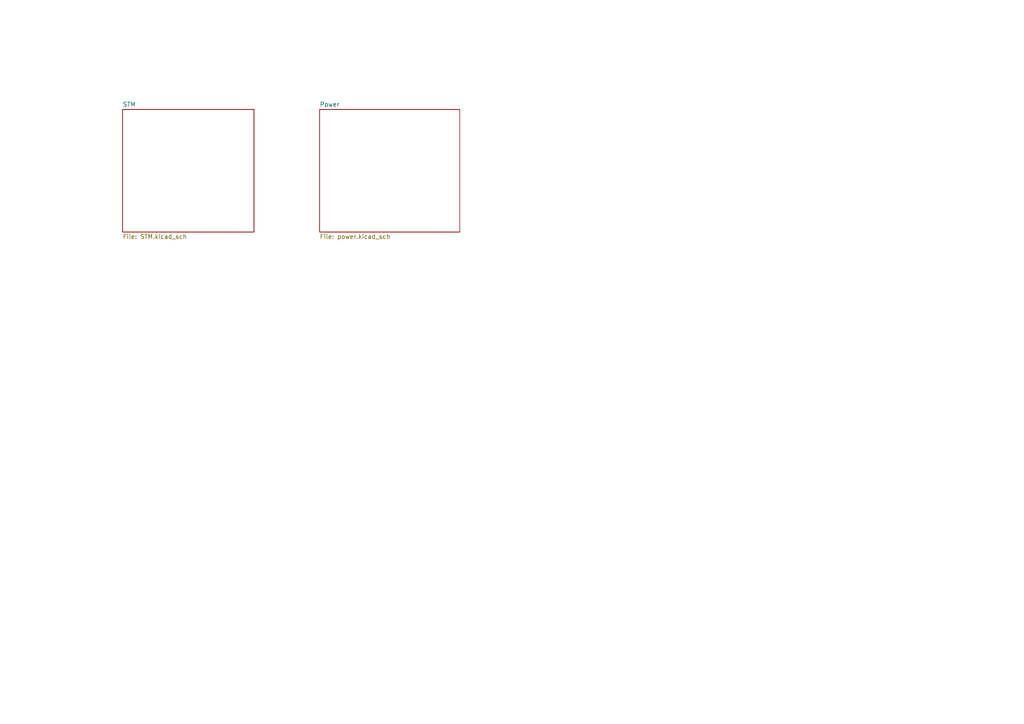
<source format=kicad_sch>
(kicad_sch
	(version 20250114)
	(generator "eeschema")
	(generator_version "9.0")
	(uuid "3534a4da-1897-4a3c-809d-843e7f41fadb")
	(paper "A4")
	(title_block
		(title "PCB Robot Chat ESE")
		(company "ENSEA")
	)
	(lib_symbols)
	(sheet
		(at 35.56 31.75)
		(size 38.1 35.56)
		(exclude_from_sim no)
		(in_bom yes)
		(on_board yes)
		(dnp no)
		(fields_autoplaced yes)
		(stroke
			(width 0.1524)
			(type solid)
		)
		(fill
			(color 0 0 0 0.0000)
		)
		(uuid "6dd21f76-e181-4380-95ef-cbdd4cbc38f9")
		(property "Sheetname" "STM"
			(at 35.56 31.0384 0)
			(effects
				(font
					(size 1.27 1.27)
				)
				(justify left bottom)
			)
		)
		(property "Sheetfile" "STM.kicad_sch"
			(at 35.56 67.8946 0)
			(effects
				(font
					(size 1.27 1.27)
				)
				(justify left top)
			)
		)
		(instances
			(project "PCB_robot_chat"
				(path "/3534a4da-1897-4a3c-809d-843e7f41fadb"
					(page "2")
				)
			)
		)
	)
	(sheet
		(at 92.71 31.75)
		(size 40.64 35.56)
		(exclude_from_sim no)
		(in_bom yes)
		(on_board yes)
		(dnp no)
		(fields_autoplaced yes)
		(stroke
			(width 0.1524)
			(type solid)
		)
		(fill
			(color 0 0 0 0.0000)
		)
		(uuid "9eede499-7e43-406d-a40f-aa5717e0debc")
		(property "Sheetname" "Power"
			(at 92.71 31.0384 0)
			(effects
				(font
					(size 1.27 1.27)
				)
				(justify left bottom)
			)
		)
		(property "Sheetfile" "power.kicad_sch"
			(at 92.71 67.8946 0)
			(effects
				(font
					(size 1.27 1.27)
				)
				(justify left top)
			)
		)
		(instances
			(project "PCB_robot_chat"
				(path "/3534a4da-1897-4a3c-809d-843e7f41fadb"
					(page "3")
				)
			)
		)
	)
	(sheet_instances
		(path "/"
			(page "1")
		)
	)
	(embedded_fonts no)
)

</source>
